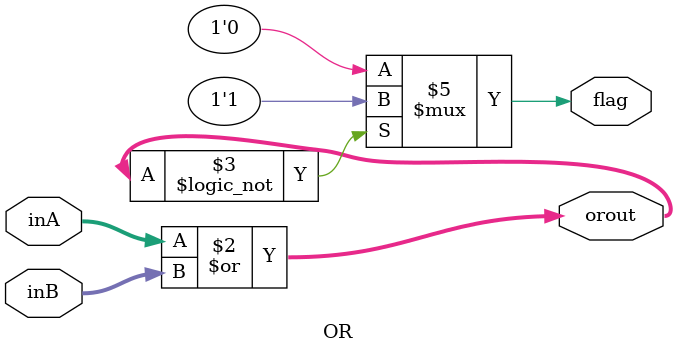
<source format=v>
`timescale 1ns / 1ps


module OR(inA, inB, orout, flag);
    input [31:0] inA;
    input [31:0] inB;
    output reg [31:0] orout;
    output reg flag;
    
    always@(*) begin
        orout = inA|inB;
        if(orout==0)
            flag = 1;
        else
            flag = 0;
    end
endmodule
</source>
